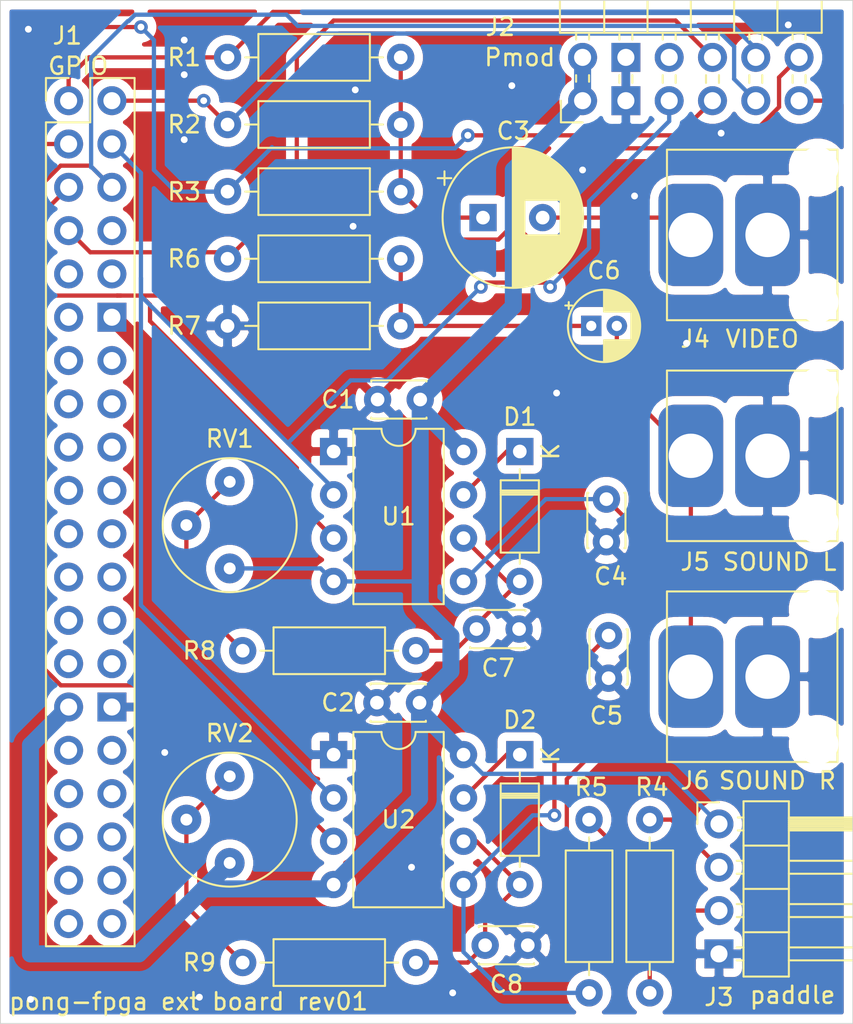
<source format=kicad_pcb>
(kicad_pcb (version 20171130) (host pcbnew "(5.1.6)-1")
  (layers (0 F.Cu signal hide) (31 B.Cu signal hide) (34 B.Paste user hide) (35 F.Paste user hide) (36 B.SilkS user hide) (37 F.SilkS user hide) (38 B.Mask user) (39 F.Mask user) (44 Edge.Cuts user))
  (net 0 "")
  (net 1 +3V3)
  (net 2 GND)
  (net 3 "Net-(C3-Pad1)")
  (net 4 "Net-(C3-Pad2)")
  (net 5 "Net-(C4-Pad1)")
  (net 6 "Net-(C5-Pad1)")
  (net 7 "Net-(C6-Pad1)")
  (net 8 "Net-(C6-Pad2)")
  (net 9 "Net-(C7-Pad1)")
  (net 10 "Net-(C8-Pad1)")
  (net 11 "Net-(D1-Pad1)")
  (net 12 "Net-(D2-Pad1)")
  (net 13 /CSYNC)
  (net 14 /VIDEO)
  (net 15 /SCORE)
  (net 16 /PAD_TRG_N)
  (net 17 /PAD1_OUT)
  (net 18 /PAD2_OUT)
  (net 19 /SOUND)
  (net 20 "Net-(J1-Pad8)")
  (net 21 "Net-(J1-Pad9)")
  (net 22 "Net-(J1-Pad10)")
  (net 23 "Net-(J1-Pad11)")
  (net 24 "Net-(J1-Pad13)")
  (net 25 "Net-(J1-Pad14)")
  (net 26 "Net-(J1-Pad15)")
  (net 27 "Net-(J1-Pad16)")
  (net 28 "Net-(J1-Pad17)")
  (net 29 "Net-(J1-Pad18)")
  (net 30 "Net-(J1-Pad19)")
  (net 31 "Net-(J1-Pad20)")
  (net 32 "Net-(J1-Pad21)")
  (net 33 "Net-(J1-Pad22)")
  (net 34 "Net-(J1-Pad23)")
  (net 35 "Net-(J1-Pad24)")
  (net 36 "Net-(J1-Pad25)")
  (net 37 "Net-(J1-Pad26)")
  (net 38 "Net-(J1-Pad27)")
  (net 39 "Net-(J1-Pad28)")
  (net 40 "Net-(J1-Pad31)")
  (net 41 "Net-(J1-Pad32)")
  (net 42 "Net-(J1-Pad33)")
  (net 43 "Net-(J1-Pad34)")
  (net 44 "Net-(J1-Pad35)")
  (net 45 "Net-(J1-Pad36)")
  (net 46 "Net-(J1-Pad37)")
  (net 47 "Net-(J1-Pad38)")
  (net 48 "Net-(J1-Pad39)")
  (net 49 "Net-(J1-Pad40)")
  (net 50 "Net-(J2-Pad10)")
  (net 51 /PAD1)
  (net 52 /PAD2)
  (net 53 "Net-(R8-Pad1)")
  (net 54 "Net-(R9-Pad1)")
  (module ext-board:PmodConnector (layer F.Cu) (at 184.15 55.88 90)
    (fp_text reference J2 (at 4.318 -4.826 180) (layer F.SilkS))
    (fp_text value "Digilent Pmod")
    (pad 6 thru_hole circle (at 0 0 90) (size 1.7 1.7) (drill 1) (layers *.Cu *.Mask) (net 1 +3V3))
    (pad 12 thru_hole oval (at 2.54 0 90) (size 1.7 1.7) (drill 1) (layers *.Cu *.Mask) (net 1 +3V3))
    (pad 5 thru_hole rect (at 0 2.54 90) (size 1.7 1.7) (drill 1) (layers *.Cu *.Mask) (net 2 GND))
    (pad 11 thru_hole rect (at 2.54 2.54 90) (size 1.7 1.7) (drill 1) (layers *.Cu *.Mask) (net 2 GND))
    (pad 4 thru_hole oval (at 0 5.08 90) (size 1.7 1.7) (drill 1) (layers *.Cu *.Mask) (net 16 /PAD_TRG_N))
    (pad 10 thru_hole oval (at 2.54 5.08 90) (size 1.7 1.7) (drill 1) (layers *.Cu *.Mask) (net 50 "Net-(J2-Pad10)"))
    (pad 3 thru_hole oval (at 0 7.62 90) (size 1.7 1.7) (drill 1) (layers *.Cu *.Mask) (net 15 /SCORE))
    (pad 9 thru_hole oval (at 2.54 7.62 90) (size 1.7 1.7) (drill 1) (layers *.Cu *.Mask) (net 19 /SOUND))
    (pad 2 thru_hole oval (at 0 10.16 90) (size 1.7 1.7) (drill 1) (layers *.Cu *.Mask) (net 14 /VIDEO))
    (pad 8 thru_hole oval (at 2.54 10.16 90) (size 1.7 1.7) (drill 1) (layers *.Cu *.Mask) (net 18 /PAD2_OUT))
    (pad 1 thru_hole oval (at 0 12.7 90) (size 1.7 1.7) (drill 1) (layers *.Cu *.Mask) (net 13 /CSYNC))
    (pad 7 thru_hole oval (at 2.54 12.7 90) (size 1.7 1.7) (drill 1) (layers *.Cu *.Mask) (net 17 /PAD1_OUT))
  )
  (module ext-board:RJ-2410N (layer F.Cu) (at 190.5 63.754 270)
    (fp_text reference J4 (at 6.096 -0.254 180) (layer F.SilkS))
    (fp_text value "VIDEO OUT")
    (pad 1 thru_hole roundrect (at 0 0 270) (size 6 3.8) (drill 2.6) (layers *.Cu B.Mask) (net 4 "Net-(C3-Pad2)"))
    (pad 2 thru_hole roundrect (at 0 -4.5 270) (size 6 3.8) (drill 2.6) (layers *.Cu B.Mask) (net 2 GND))
    (pad "" np_thru_hole circle (at 3.95 -7.45 270) (size 2.4 2.4) (drill 2.4) (layers *.Cu *.Mask))
    (pad "" np_thru_hole circle (at -3.95 -7.45 270) (size 2.4 2.4) (drill 2.4) (layers *.Cu *.Mask))
  )
  (module Connector_PinHeader_2.54mm:PinHeader_2x20_P2.54mm_Vertical (layer F.Cu) (at 154 55.88)
    (fp_text reference J1 (at -0.076 -3.81) (layer F.SilkS))
    (fp_text value "DE GPIO")
    (pad 1 thru_hole circle (at 0 0) (size 1.7 1.7) (drill 1) (layers *.Cu *.Mask) (net 13 /CSYNC))
    (pad 2 thru_hole oval (at 2.54 0) (size 1.7 1.7) (drill 1) (layers *.Cu *.Mask) (net 14 /VIDEO))
    (pad 3 thru_hole oval (at 0 2.54) (size 1.7 1.7) (drill 1) (layers *.Cu *.Mask) (net 15 /SCORE))
    (pad 4 thru_hole oval (at 2.54 2.54) (size 1.7 1.7) (drill 1) (layers *.Cu *.Mask) (net 16 /PAD_TRG_N))
    (pad 5 thru_hole oval (at 0 5.08) (size 1.7 1.7) (drill 1) (layers *.Cu *.Mask) (net 17 /PAD1_OUT))
    (pad 6 thru_hole oval (at 2.54 5.08) (size 1.7 1.7) (drill 1) (layers *.Cu *.Mask) (net 18 /PAD2_OUT))
    (pad 7 thru_hole oval (at 0 7.62) (size 1.7 1.7) (drill 1) (layers *.Cu *.Mask) (net 19 /SOUND))
    (pad 8 thru_hole oval (at 2.54 7.62) (size 1.7 1.7) (drill 1) (layers *.Cu *.Mask) (net 20 "Net-(J1-Pad8)"))
    (pad 9 thru_hole oval (at 0 10.16) (size 1.7 1.7) (drill 1) (layers *.Cu *.Mask) (net 21 "Net-(J1-Pad9)"))
    (pad 10 thru_hole oval (at 2.54 10.16) (size 1.7 1.7) (drill 1) (layers *.Cu *.Mask) (net 22 "Net-(J1-Pad10)"))
    (pad 11 thru_hole oval (at 0 12.7) (size 1.7 1.7) (drill 1) (layers *.Cu *.Mask) (net 23 "Net-(J1-Pad11)"))
    (pad 12 thru_hole rect (at 2.54 12.7) (size 1.7 1.7) (drill 1) (layers *.Cu *.Mask) (net 2 GND))
    (pad 13 thru_hole oval (at 0 15.24) (size 1.7 1.7) (drill 1) (layers *.Cu *.Mask) (net 24 "Net-(J1-Pad13)"))
    (pad 14 thru_hole oval (at 2.54 15.24) (size 1.7 1.7) (drill 1) (layers *.Cu *.Mask) (net 25 "Net-(J1-Pad14)"))
    (pad 15 thru_hole oval (at 0 17.78) (size 1.7 1.7) (drill 1) (layers *.Cu *.Mask) (net 26 "Net-(J1-Pad15)"))
    (pad 16 thru_hole oval (at 2.54 17.78) (size 1.7 1.7) (drill 1) (layers *.Cu *.Mask) (net 27 "Net-(J1-Pad16)"))
    (pad 17 thru_hole oval (at 0 20.32) (size 1.7 1.7) (drill 1) (layers *.Cu *.Mask) (net 28 "Net-(J1-Pad17)"))
    (pad 18 thru_hole oval (at 2.54 20.32) (size 1.7 1.7) (drill 1) (layers *.Cu *.Mask) (net 29 "Net-(J1-Pad18)"))
    (pad 19 thru_hole oval (at 0 22.86) (size 1.7 1.7) (drill 1) (layers *.Cu *.Mask) (net 30 "Net-(J1-Pad19)"))
    (pad 20 thru_hole oval (at 2.54 22.86) (size 1.7 1.7) (drill 1) (layers *.Cu *.Mask) (net 31 "Net-(J1-Pad20)"))
    (pad 21 thru_hole oval (at 0 25.4) (size 1.7 1.7) (drill 1) (layers *.Cu *.Mask) (net 32 "Net-(J1-Pad21)"))
    (pad 22 thru_hole oval (at 2.54 25.4) (size 1.7 1.7) (drill 1) (layers *.Cu *.Mask) (net 33 "Net-(J1-Pad22)"))
    (pad 23 thru_hole oval (at 0 27.94) (size 1.7 1.7) (drill 1) (layers *.Cu *.Mask) (net 34 "Net-(J1-Pad23)"))
    (pad 24 thru_hole oval (at 2.54 27.94) (size 1.7 1.7) (drill 1) (layers *.Cu *.Mask) (net 35 "Net-(J1-Pad24)"))
    (pad 25 thru_hole oval (at 0 30.48) (size 1.7 1.7) (drill 1) (layers *.Cu *.Mask) (net 36 "Net-(J1-Pad25)"))
    (pad 26 thru_hole oval (at 2.54 30.48) (size 1.7 1.7) (drill 1) (layers *.Cu *.Mask) (net 37 "Net-(J1-Pad26)"))
    (pad 27 thru_hole oval (at 0 33.02) (size 1.7 1.7) (drill 1) (layers *.Cu *.Mask) (net 38 "Net-(J1-Pad27)"))
    (pad 28 thru_hole oval (at 2.54 33.02) (size 1.7 1.7) (drill 1) (layers *.Cu *.Mask) (net 39 "Net-(J1-Pad28)"))
    (pad 29 thru_hole oval (at 0 35.56) (size 1.7 1.7) (drill 1) (layers *.Cu *.Mask) (net 1 +3V3))
    (pad 30 thru_hole rect (at 2.54 35.56) (size 1.7 1.7) (drill 1) (layers *.Cu *.Mask) (net 2 GND))
    (pad 31 thru_hole oval (at 0 38.1) (size 1.7 1.7) (drill 1) (layers *.Cu *.Mask) (net 40 "Net-(J1-Pad31)"))
    (pad 32 thru_hole oval (at 2.54 38.1) (size 1.7 1.7) (drill 1) (layers *.Cu *.Mask) (net 41 "Net-(J1-Pad32)"))
    (pad 33 thru_hole oval (at 0 40.64) (size 1.7 1.7) (drill 1) (layers *.Cu *.Mask) (net 42 "Net-(J1-Pad33)"))
    (pad 34 thru_hole oval (at 2.54 40.64) (size 1.7 1.7) (drill 1) (layers *.Cu *.Mask) (net 43 "Net-(J1-Pad34)"))
    (pad 35 thru_hole oval (at 0 43.18) (size 1.7 1.7) (drill 1) (layers *.Cu *.Mask) (net 44 "Net-(J1-Pad35)"))
    (pad 36 thru_hole oval (at 2.54 43.18) (size 1.7 1.7) (drill 1) (layers *.Cu *.Mask) (net 45 "Net-(J1-Pad36)"))
    (pad 37 thru_hole oval (at 0 45.72) (size 1.7 1.7) (drill 1) (layers *.Cu *.Mask) (net 46 "Net-(J1-Pad37)"))
    (pad 38 thru_hole oval (at 2.54 45.72) (size 1.7 1.7) (drill 1) (layers *.Cu *.Mask) (net 47 "Net-(J1-Pad38)"))
    (pad 39 thru_hole oval (at 0 48.26) (size 1.7 1.7) (drill 1) (layers *.Cu *.Mask) (net 48 "Net-(J1-Pad39)"))
    (pad 40 thru_hole oval (at 2.54 48.26) (size 1.7 1.7) (drill 1) (layers *.Cu *.Mask) (net 49 "Net-(J1-Pad40)"))
  )
  (module Capacitor_THT:C_Disc_D3.0mm_W2.0mm_P2.50mm (layer F.Cu) (at 172.125 73.406)
    (fp_text reference C1 (at -2.326 0) (layer F.SilkS))
    (fp_text value 0.1u)
    (pad 1 thru_hole circle (at 0 0) (size 1.6 1.6) (drill 0.8) (layers *.Cu *.Mask) (net 2 GND))
    (pad 2 thru_hole circle (at 2.5 0) (size 1.6 1.6) (drill 0.8) (layers *.Cu *.Mask) (net 1 +3V3))
  )
  (module Capacitor_THT:C_Disc_D3.0mm_W2.0mm_P2.50mm (layer F.Cu) (at 172.085 91.186)
    (fp_text reference C2 (at -2.286 0) (layer F.SilkS))
    (fp_text value 0.1u)
    (pad 1 thru_hole circle (at 0 0) (size 1.6 1.6) (drill 0.8) (layers *.Cu *.Mask) (net 2 GND))
    (pad 2 thru_hole circle (at 2.5 0) (size 1.6 1.6) (drill 0.8) (layers *.Cu *.Mask) (net 1 +3V3))
  )
  (module Capacitor_THT:CP_Radial_D8.0mm_P3.50mm (layer F.Cu) (at 178.308 62.738)
    (fp_text reference C3 (at 1.778 -5.08) (layer F.SilkS))
    (fp_text value 470u)
    (pad 1 thru_hole rect (at 0 0) (size 1.6 1.6) (drill 0.8) (layers *.Cu *.Mask) (net 3 "Net-(C3-Pad1)"))
    (pad 2 thru_hole circle (at 3.5 0) (size 1.6 1.6) (drill 0.8) (layers *.Cu *.Mask) (net 4 "Net-(C3-Pad2)"))
  )
  (module Capacitor_THT:C_Disc_D3.0mm_W2.0mm_P2.50mm (layer F.Cu) (at 185.547 79.248 270)
    (fp_text reference C4 (at 4.532 -0.254 180) (layer F.SilkS))
    (fp_text value 0.1u)
    (pad 1 thru_hole circle (at 0 0 270) (size 1.6 1.6) (drill 0.8) (layers *.Cu *.Mask) (net 5 "Net-(C4-Pad1)"))
    (pad 2 thru_hole circle (at 2.5 0 270) (size 1.6 1.6) (drill 0.8) (layers *.Cu *.Mask) (net 2 GND))
  )
  (module Capacitor_THT:C_Disc_D3.0mm_W2.0mm_P2.50mm (layer F.Cu) (at 185.674 87.249 270)
    (fp_text reference C5 (at 4.699 0.127 180) (layer F.SilkS))
    (fp_text value 0.1u)
    (pad 2 thru_hole circle (at 2.5 0 270) (size 1.6 1.6) (drill 0.8) (layers *.Cu *.Mask) (net 2 GND))
    (pad 1 thru_hole circle (at 0 0 270) (size 1.6 1.6) (drill 0.8) (layers *.Cu *.Mask) (net 6 "Net-(C5-Pad1)"))
  )
  (module Capacitor_THT:CP_Radial_D4.0mm_P1.50mm (layer F.Cu) (at 184.658 69.088)
    (fp_text reference C6 (at 0.75 -3.25) (layer F.SilkS))
    (fp_text value 10u)
    (pad 1 thru_hole rect (at 0 0) (size 1.2 1.2) (drill 0.6) (layers *.Cu *.Mask) (net 7 "Net-(C6-Pad1)"))
    (pad 2 thru_hole circle (at 1.5 0) (size 1.2 1.2) (drill 0.6) (layers *.Cu *.Mask) (net 8 "Net-(C6-Pad2)"))
  )
  (module Capacitor_THT:C_Disc_D3.0mm_W2.0mm_P2.50mm (layer F.Cu) (at 177.927 86.868)
    (fp_text reference C7 (at 1.27 2.286) (layer F.SilkS))
    (fp_text value 0.1u)
    (pad 2 thru_hole circle (at 2.5 0) (size 1.6 1.6) (drill 0.8) (layers *.Cu *.Mask) (net 2 GND))
    (pad 1 thru_hole circle (at 0 0) (size 1.6 1.6) (drill 0.8) (layers *.Cu *.Mask) (net 9 "Net-(C7-Pad1)"))
  )
  (module Capacitor_THT:C_Disc_D3.0mm_W2.0mm_P2.50mm (layer F.Cu) (at 178.435 105.41)
    (fp_text reference C8 (at 1.25 2.286) (layer F.SilkS))
    (fp_text value 0.1u)
    (pad 2 thru_hole circle (at 2.5 0) (size 1.6 1.6) (drill 0.8) (layers *.Cu *.Mask) (net 2 GND))
    (pad 1 thru_hole circle (at 0 0) (size 1.6 1.6) (drill 0.8) (layers *.Cu *.Mask) (net 10 "Net-(C8-Pad1)"))
  )
  (module Diode_THT:D_DO-35_SOD27_P7.62mm_Horizontal (layer F.Cu) (at 180.467 76.454 270)
    (fp_text reference D1 (at -2.032 0 180) (layer F.SilkS))
    (fp_text value 1N4148)
    (fp_text user K (at 0 -1.8 90) (layer F.SilkS))
    (pad 1 thru_hole rect (at 0 0 270) (size 1.6 1.6) (drill 0.8) (layers *.Cu *.Mask) (net 11 "Net-(D1-Pad1)"))
    (pad 2 thru_hole oval (at 7.62 0 270) (size 1.6 1.6) (drill 0.8) (layers *.Cu *.Mask) (net 9 "Net-(C7-Pad1)"))
  )
  (module Diode_THT:D_DO-35_SOD27_P7.62mm_Horizontal (layer F.Cu) (at 180.467 94.234 270)
    (fp_text reference D2 (at -2.032 0 180) (layer F.SilkS))
    (fp_text value 1N4148)
    (fp_text user K (at 0 -1.8 90) (layer F.SilkS))
    (pad 2 thru_hole oval (at 7.62 0 270) (size 1.6 1.6) (drill 0.8) (layers *.Cu *.Mask) (net 10 "Net-(C8-Pad1)"))
    (pad 1 thru_hole rect (at 0 0 270) (size 1.6 1.6) (drill 0.8) (layers *.Cu *.Mask) (net 12 "Net-(D2-Pad1)"))
  )
  (module Connector_PinHeader_2.54mm:PinHeader_1x04_P2.54mm_Horizontal (layer F.Cu) (at 192.151 98.298)
    (fp_text reference J3 (at 0 10.16 180) (layer F.SilkS))
    (fp_text value "PADDLE CONNECTOR")
    (pad 1 thru_hole circle (at 0 0) (size 1.7 1.7) (drill 1) (layers *.Cu *.Mask) (net 1 +3V3))
    (pad 2 thru_hole oval (at 0 2.54) (size 1.7 1.7) (drill 1) (layers *.Cu *.Mask) (net 51 /PAD1))
    (pad 3 thru_hole oval (at 0 5.08) (size 1.7 1.7) (drill 1) (layers *.Cu *.Mask) (net 52 /PAD2))
    (pad 4 thru_hole rect (at 0 7.62) (size 1.7 1.7) (drill 1) (layers *.Cu *.Mask) (net 2 GND))
  )
  (module ext-board:RJ-2410N (layer F.Cu) (at 190.5 76.708 270)
    (fp_text reference J5 (at 6.223 -0.254 180) (layer F.SilkS))
    (fp_text value "SOUND L OUT")
    (pad 1 thru_hole roundrect (at 0 0 270) (size 6 3.8) (drill 2.6) (layers *.Cu B.Mask) (net 8 "Net-(C6-Pad2)"))
    (pad 2 thru_hole roundrect (at 0 -4.5 270) (size 6 3.8) (drill 2.6) (layers *.Cu B.Mask) (net 2 GND))
    (pad "" np_thru_hole circle (at 3.95 -7.45 270) (size 2.4 2.4) (drill 2.4) (layers *.Cu *.Mask))
    (pad "" np_thru_hole circle (at -3.95 -7.45 270) (size 2.4 2.4) (drill 2.4) (layers *.Cu *.Mask))
  )
  (module ext-board:RJ-2410N (layer F.Cu) (at 190.5 89.662 270)
    (fp_text reference J6 (at 6.096 -0.254 180) (layer F.SilkS))
    (fp_text value "SOUND R OUT")
    (pad "" np_thru_hole circle (at -3.95 -7.45 270) (size 2.4 2.4) (drill 2.4) (layers *.Cu *.Mask))
    (pad "" np_thru_hole circle (at 3.95 -7.45 270) (size 2.4 2.4) (drill 2.4) (layers *.Cu *.Mask))
    (pad 2 thru_hole roundrect (at 0 -4.5 270) (size 6 3.8) (drill 2.6) (layers *.Cu B.Mask) (net 2 GND))
    (pad 1 thru_hole roundrect (at 0 0 270) (size 6 3.8) (drill 2.6) (layers *.Cu B.Mask) (net 8 "Net-(C6-Pad2)"))
  )
  (module Resistor_THT:R_Axial_DIN0207_L6.3mm_D2.5mm_P10.16mm_Horizontal (layer F.Cu) (at 173.482 53.34 180)
    (fp_text reference R1 (at 12.7 0) (layer F.SilkS))
    (fp_text value 470)
    (pad 1 thru_hole circle (at 0 0 180) (size 1.6 1.6) (drill 0.8) (layers *.Cu *.Mask) (net 3 "Net-(C3-Pad1)"))
    (pad 2 thru_hole oval (at 10.16 0 180) (size 1.6 1.6) (drill 0.8) (layers *.Cu *.Mask) (net 13 /CSYNC))
  )
  (module Resistor_THT:R_Axial_DIN0207_L6.3mm_D2.5mm_P10.16mm_Horizontal (layer F.Cu) (at 173.482 57.277 180)
    (fp_text reference R2 (at 12.7 0) (layer F.SilkS))
    (fp_text value 180)
    (pad 2 thru_hole oval (at 10.16 0 180) (size 1.6 1.6) (drill 0.8) (layers *.Cu *.Mask) (net 14 /VIDEO))
    (pad 1 thru_hole circle (at 0 0 180) (size 1.6 1.6) (drill 0.8) (layers *.Cu *.Mask) (net 3 "Net-(C3-Pad1)"))
  )
  (module Resistor_THT:R_Axial_DIN0207_L6.3mm_D2.5mm_P10.16mm_Horizontal (layer F.Cu) (at 173.482 61.214 180)
    (fp_text reference R3 (at 12.7 0) (layer F.SilkS))
    (fp_text value 220)
    (pad 1 thru_hole circle (at 0 0 180) (size 1.6 1.6) (drill 0.8) (layers *.Cu *.Mask) (net 3 "Net-(C3-Pad1)"))
    (pad 2 thru_hole oval (at 10.16 0 180) (size 1.6 1.6) (drill 0.8) (layers *.Cu *.Mask) (net 15 /SCORE))
  )
  (module Resistor_THT:R_Axial_DIN0207_L6.3mm_D2.5mm_P10.16mm_Horizontal (layer F.Cu) (at 188.087 108.204 90)
    (fp_text reference R4 (at 12.065 0.127 180) (layer F.SilkS))
    (fp_text value 470)
    (pad 2 thru_hole oval (at 10.16 0 90) (size 1.6 1.6) (drill 0.8) (layers *.Cu *.Mask) (net 51 /PAD1))
    (pad 1 thru_hole circle (at 0 0 90) (size 1.6 1.6) (drill 0.8) (layers *.Cu *.Mask) (net 5 "Net-(C4-Pad1)"))
  )
  (module Resistor_THT:R_Axial_DIN0207_L6.3mm_D2.5mm_P10.16mm_Horizontal (layer F.Cu) (at 184.531 108.204 90)
    (fp_text reference R5 (at 12.065 0.127 180) (layer F.SilkS))
    (fp_text value 470)
    (pad 2 thru_hole oval (at 10.16 0 90) (size 1.6 1.6) (drill 0.8) (layers *.Cu *.Mask) (net 52 /PAD2))
    (pad 1 thru_hole circle (at 0 0 90) (size 1.6 1.6) (drill 0.8) (layers *.Cu *.Mask) (net 6 "Net-(C5-Pad1)"))
  )
  (module Resistor_THT:R_Axial_DIN0207_L6.3mm_D2.5mm_P10.16mm_Horizontal (layer F.Cu) (at 173.482 65.151 180)
    (fp_text reference R6 (at 12.7 0) (layer F.SilkS))
    (fp_text value 47k)
    (pad 2 thru_hole oval (at 10.16 0 180) (size 1.6 1.6) (drill 0.8) (layers *.Cu *.Mask) (net 19 /SOUND))
    (pad 1 thru_hole circle (at 0 0 180) (size 1.6 1.6) (drill 0.8) (layers *.Cu *.Mask) (net 7 "Net-(C6-Pad1)"))
  )
  (module Resistor_THT:R_Axial_DIN0207_L6.3mm_D2.5mm_P10.16mm_Horizontal (layer F.Cu) (at 173.482 69.088 180)
    (fp_text reference R7 (at 12.7 0) (layer F.SilkS))
    (fp_text value 4.7k)
    (pad 1 thru_hole circle (at 0 0 180) (size 1.6 1.6) (drill 0.8) (layers *.Cu *.Mask) (net 7 "Net-(C6-Pad1)"))
    (pad 2 thru_hole oval (at 10.16 0 180) (size 1.6 1.6) (drill 0.8) (layers *.Cu *.Mask) (net 2 GND))
  )
  (module Resistor_THT:R_Axial_DIN0207_L6.3mm_D2.5mm_P10.16mm_Horizontal (layer F.Cu) (at 164.211 88.138)
    (fp_text reference R8 (at -2.54 0) (layer F.SilkS))
    (fp_text value 56k)
    (pad 1 thru_hole circle (at 0 0) (size 1.6 1.6) (drill 0.8) (layers *.Cu *.Mask) (net 53 "Net-(R8-Pad1)"))
    (pad 2 thru_hole oval (at 10.16 0) (size 1.6 1.6) (drill 0.8) (layers *.Cu *.Mask) (net 9 "Net-(C7-Pad1)"))
  )
  (module Resistor_THT:R_Axial_DIN0207_L6.3mm_D2.5mm_P10.16mm_Horizontal (layer F.Cu) (at 164.211 106.426)
    (fp_text reference R9 (at -2.54 0) (layer F.SilkS))
    (fp_text value 56k)
    (pad 1 thru_hole circle (at 0 0) (size 1.6 1.6) (drill 0.8) (layers *.Cu *.Mask) (net 54 "Net-(R9-Pad1)"))
    (pad 2 thru_hole oval (at 10.16 0) (size 1.6 1.6) (drill 0.8) (layers *.Cu *.Mask) (net 10 "Net-(C8-Pad1)"))
  )
  (module Potentiometer_THT:Potentiometer_Bourns_3339P_Vertical_HandSoldering (layer F.Cu) (at 163.449 83.312)
    (fp_text reference RV1 (at 0 -7.6) (layer F.SilkS))
    (fp_text value 50k)
    (pad 3 thru_hole circle (at 0 -5.08) (size 1.75 1.75) (drill 0.7) (layers *.Cu *.Mask) (net 53 "Net-(R8-Pad1)"))
    (pad 2 thru_hole circle (at -2.54 -2.54) (size 1.75 1.75) (drill 0.7) (layers *.Cu *.Mask) (net 53 "Net-(R8-Pad1)"))
    (pad 1 thru_hole circle (at 0 0) (size 1.75 1.75) (drill 0.7) (layers *.Cu *.Mask) (net 1 +3V3))
  )
  (module Potentiometer_THT:Potentiometer_Bourns_3339P_Vertical_HandSoldering (layer F.Cu) (at 163.449 100.584)
    (fp_text reference RV2 (at 0 -7.6) (layer F.SilkS))
    (fp_text value 50k)
    (pad 1 thru_hole circle (at 0 0) (size 1.75 1.75) (drill 0.7) (layers *.Cu *.Mask) (net 1 +3V3))
    (pad 2 thru_hole circle (at -2.54 -2.54) (size 1.75 1.75) (drill 0.7) (layers *.Cu *.Mask) (net 54 "Net-(R9-Pad1)"))
    (pad 3 thru_hole circle (at 0 -5.08) (size 1.75 1.75) (drill 0.7) (layers *.Cu *.Mask) (net 54 "Net-(R9-Pad1)"))
  )
  (module Package_DIP:DIP-8_W7.62mm (layer F.Cu) (at 169.545 76.454)
    (fp_text reference U1 (at 3.81 3.81) (layer F.SilkS))
    (fp_text value LMC555xN)
    (pad 1 thru_hole rect (at 0 0) (size 1.6 1.6) (drill 0.8) (layers *.Cu *.Mask) (net 2 GND))
    (pad 5 thru_hole oval (at 7.62 7.62) (size 1.6 1.6) (drill 0.8) (layers *.Cu *.Mask) (net 5 "Net-(C4-Pad1)"))
    (pad 2 thru_hole oval (at 0 2.54) (size 1.6 1.6) (drill 0.8) (layers *.Cu *.Mask) (net 16 /PAD_TRG_N))
    (pad 6 thru_hole oval (at 7.62 5.08) (size 1.6 1.6) (drill 0.8) (layers *.Cu *.Mask) (net 9 "Net-(C7-Pad1)"))
    (pad 3 thru_hole oval (at 0 5.08) (size 1.6 1.6) (drill 0.8) (layers *.Cu *.Mask) (net 17 /PAD1_OUT))
    (pad 7 thru_hole oval (at 7.62 2.54) (size 1.6 1.6) (drill 0.8) (layers *.Cu *.Mask) (net 11 "Net-(D1-Pad1)"))
    (pad 4 thru_hole oval (at 0 7.62) (size 1.6 1.6) (drill 0.8) (layers *.Cu *.Mask) (net 1 +3V3))
    (pad 8 thru_hole oval (at 7.62 0) (size 1.6 1.6) (drill 0.8) (layers *.Cu *.Mask) (net 1 +3V3))
  )
  (module Package_DIP:DIP-8_W7.62mm (layer F.Cu) (at 169.545 94.234)
    (fp_text reference U2 (at 3.81 3.81) (layer F.SilkS))
    (fp_text value LMC555xN)
    (pad 8 thru_hole oval (at 7.62 0) (size 1.6 1.6) (drill 0.8) (layers *.Cu *.Mask) (net 1 +3V3))
    (pad 4 thru_hole oval (at 0 7.62) (size 1.6 1.6) (drill 0.8) (layers *.Cu *.Mask) (net 1 +3V3))
    (pad 7 thru_hole oval (at 7.62 2.54) (size 1.6 1.6) (drill 0.8) (layers *.Cu *.Mask) (net 12 "Net-(D2-Pad1)"))
    (pad 3 thru_hole oval (at 0 5.08) (size 1.6 1.6) (drill 0.8) (layers *.Cu *.Mask) (net 18 /PAD2_OUT))
    (pad 6 thru_hole oval (at 7.62 5.08) (size 1.6 1.6) (drill 0.8) (layers *.Cu *.Mask) (net 10 "Net-(C8-Pad1)"))
    (pad 2 thru_hole oval (at 0 2.54) (size 1.6 1.6) (drill 0.8) (layers *.Cu *.Mask) (net 16 /PAD_TRG_N))
    (pad 5 thru_hole oval (at 7.62 7.62) (size 1.6 1.6) (drill 0.8) (layers *.Cu *.Mask) (net 6 "Net-(C5-Pad1)"))
    (pad 1 thru_hole rect (at 0 0) (size 1.6 1.6) (drill 0.8) (layers *.Cu *.Mask) (net 2 GND))
  )
  (gr_text "SOUND R" (at 195.58 95.758) (layer F.SilkS) (effects (font (size 1 1))))
  (gr_text "SOUND L" (at 195.707 82.931) (layer F.SilkS) (effects (font (size 1 1))))
  (gr_text VIDEO (at 194.691 69.85) (layer F.SilkS) (effects (font (size 1 1))))
  (gr_text GPIO (at 154.559 53.848) (layer F.SilkS) (effects (font (size 1 1))))
  (gr_text Pmod (at 180.467 53.34) (layer F.SilkS) (effects (font (size 1 1))))
  (gr_text paddle (at 196.469 108.331) (layer F.SilkS) (effects (font (size 1 1))))
  (gr_text "pong-fpga ext board rev01" (at 161.036 108.712) (layer F.SilkS) (effects (font (size 1 1))))
  (gr_line (start 200 50) (end 150 50) (layer Edge.Cuts) (width 0.05))
  (gr_line (start 200 110) (end 200 50) (layer Edge.Cuts) (width 0.05))
  (gr_line (start 150 110) (end 200 110) (layer Edge.Cuts) (width 0.05))
  (gr_line (start 150 50) (end 150 110) (layer Edge.Cuts) (width 0.05))
  (segment (start 184.15 55.88) (end 184.15 53.34) (width 1) (layer B.Cu) (net 1))
  (segment (start 176.426999 89.344001) (end 176.426999 87.272999) (width 1) (layer B.Cu) (net 1))
  (segment (start 174.585 91.186) (end 176.426999 89.344001) (width 1) (layer B.Cu) (net 1))
  (segment (start 176.426999 87.272999) (end 174.625 85.471) (width 1) (layer B.Cu) (net 1))
  (segment (start 174.585 91.654) (end 177.165 94.234) (width 1) (layer B.Cu) (net 1))
  (segment (start 174.585 91.186) (end 174.585 91.654) (width 1) (layer B.Cu) (net 1))
  (segment (start 174.498 84.074) (end 174.625 84.201) (width 0.25) (layer B.Cu) (net 1))
  (segment (start 169.545 84.074) (end 174.498 84.074) (width 0.25) (layer B.Cu) (net 1))
  (segment (start 174.625 85.471) (end 174.625 84.201) (width 1) (layer B.Cu) (net 1))
  (segment (start 174.625 84.201) (end 174.625 73.406) (width 1) (layer B.Cu) (net 1))
  (segment (start 168.783 83.312) (end 169.545 84.074) (width 0.25) (layer B.Cu) (net 1))
  (segment (start 163.449 83.312) (end 168.783 83.312) (width 0.25) (layer B.Cu) (net 1))
  (segment (start 189.212001 95.359001) (end 192.151 98.298) (width 0.25) (layer B.Cu) (net 1))
  (segment (start 178.290001 95.359001) (end 189.212001 95.359001) (width 0.25) (layer B.Cu) (net 1))
  (segment (start 177.165 94.234) (end 178.290001 95.359001) (width 0.25) (layer B.Cu) (net 1))
  (segment (start 151.765 105.918) (end 158.115 105.918) (width 1) (layer B.Cu) (net 1))
  (segment (start 154 91.44) (end 151.765 93.675) (width 1) (layer B.Cu) (net 1))
  (segment (start 151.765 93.675) (end 151.765 105.918) (width 1) (layer B.Cu) (net 1))
  (segment (start 174.585 96.814) (end 169.545 101.854) (width 1) (layer B.Cu) (net 1))
  (segment (start 174.585 91.186) (end 174.585 96.814) (width 1) (layer B.Cu) (net 1))
  (segment (start 169.291 102.108) (end 169.545 101.854) (width 1) (layer B.Cu) (net 1))
  (segment (start 161.925 102.108) (end 163.449 100.584) (width 1) (layer B.Cu) (net 1))
  (segment (start 161.925 102.108) (end 169.291 102.108) (width 1) (layer B.Cu) (net 1))
  (segment (start 158.115 105.918) (end 161.925 102.108) (width 1) (layer B.Cu) (net 1))
  (segment (start 184.15 55.88) (end 180.086 59.944) (width 1) (layer B.Cu) (net 1))
  (segment (start 180.086 67.945) (end 174.625 73.406) (width 1) (layer B.Cu) (net 1))
  (segment (start 180.086 59.944) (end 180.086 67.945) (width 1) (layer B.Cu) (net 1))
  (segment (start 174.625 73.914) (end 174.625 73.406) (width 0.25) (layer B.Cu) (net 1))
  (segment (start 177.165 76.454) (end 174.625 73.914) (width 1) (layer B.Cu) (net 1))
  (via (at 151.638 51.689) (size 0.8) (drill 0.4) (layers F.Cu B.Cu) (net 2))
  (via (at 180 55) (size 0.8) (drill 0.4) (layers F.Cu B.Cu) (net 2))
  (via (at 170.688 63.246) (size 0.8) (drill 0.4) (layers F.Cu B.Cu) (net 2))
  (via (at 170.815 55.245) (size 0.8) (drill 0.4) (layers F.Cu B.Cu) (net 2))
  (via (at 160.782 58.166) (size 0.8) (drill 0.4) (layers F.Cu B.Cu) (net 2))
  (via (at 160.782 54.356) (size 0.8) (drill 0.4) (layers F.Cu B.Cu) (net 2))
  (via (at 160.782 52.324) (size 0.8) (drill 0.4) (layers F.Cu B.Cu) (net 2))
  (via (at 196.215 51.435) (size 0.8) (drill 0.4) (layers F.Cu B.Cu) (net 2))
  (via (at 192.278 57.785) (size 0.8) (drill 0.4) (layers F.Cu B.Cu) (net 2))
  (via (at 151.765 108.585) (size 0.8) (drill 0.4) (layers F.Cu B.Cu) (net 2))
  (via (at 174.117 100.838) (size 0.8) (drill 0.4) (layers F.Cu B.Cu) (net 2))
  (via (at 161.671 108.458) (size 0.8) (drill 0.4) (layers F.Cu B.Cu) (net 2))
  (via (at 176.53 108.204) (size 0.8) (drill 0.4) (layers F.Cu B.Cu) (net 2))
  (via (at 184.15 59.944) (size 0.8) (drill 0.4) (layers F.Cu B.Cu) (net 2))
  (via (at 187.198 61.468) (size 0.8) (drill 0.4) (layers F.Cu B.Cu) (net 2))
  (via (at 190.246 70.104) (size 0.8) (drill 0.4) (layers F.Cu B.Cu) (net 2))
  (via (at 182.626 73.025) (size 0.8) (drill 0.4) (layers F.Cu B.Cu) (net 2))
  (via (at 159.639 94.107) (size 0.8) (drill 0.4) (layers F.Cu B.Cu) (net 2))
  (segment (start 156.54 68.58) (end 156.591 68.58) (width 0.25) (layer F.Cu) (net 2))
  (segment (start 156.591 68.58) (end 158.496 70.485) (width 1) (layer F.Cu) (net 2))
  (segment (start 173.482 53.34) (end 173.482 61.214) (width 0.25) (layer F.Cu) (net 3))
  (segment (start 173.482 61.214) (end 175.006 62.738) (width 0.25) (layer F.Cu) (net 3))
  (segment (start 175.006 62.738) (end 178.308 62.738) (width 0.25) (layer F.Cu) (net 3))
  (segment (start 189.484 62.738) (end 190.5 63.754) (width 0.25) (layer F.Cu) (net 4))
  (segment (start 181.808 62.738) (end 189.484 62.738) (width 0.25) (layer F.Cu) (net 4))
  (segment (start 181.991 79.248) (end 185.547 79.248) (width 0.25) (layer B.Cu) (net 5))
  (segment (start 177.165 84.074) (end 181.991 79.248) (width 0.25) (layer B.Cu) (net 5))
  (segment (start 185.547 79.248) (end 187.706 81.407) (width 0.25) (layer F.Cu) (net 5))
  (segment (start 183.224001 95.667999) (end 183.224001 99.858999) (width 0.25) (layer F.Cu) (net 5))
  (segment (start 187.706 81.407) (end 187.706 91.186) (width 0.25) (layer F.Cu) (net 5))
  (segment (start 187.706 91.186) (end 183.224001 95.667999) (width 0.25) (layer F.Cu) (net 5))
  (segment (start 188.087 104.721998) (end 188.087 108.204) (width 0.25) (layer F.Cu) (net 5))
  (segment (start 183.224001 99.858999) (end 188.087 104.721998) (width 0.25) (layer F.Cu) (net 5))
  (segment (start 185.674 87.249) (end 182.499 90.424) (width 0.25) (layer F.Cu) (net 6))
  (via (at 182.499 97.79) (size 0.8) (drill 0.4) (layers F.Cu B.Cu) (net 6))
  (segment (start 182.499 90.424) (end 182.499 97.79) (width 0.25) (layer F.Cu) (net 6))
  (segment (start 181.229 97.79) (end 177.165 101.854) (width 0.25) (layer B.Cu) (net 6))
  (segment (start 182.499 97.79) (end 181.229 97.79) (width 0.25) (layer B.Cu) (net 6))
  (segment (start 177.165 105.805002) (end 177.165 101.854) (width 0.25) (layer B.Cu) (net 6))
  (segment (start 179.563998 108.204) (end 177.165 105.805002) (width 0.25) (layer B.Cu) (net 6))
  (segment (start 184.531 108.204) (end 179.563998 108.204) (width 0.25) (layer B.Cu) (net 6))
  (segment (start 173.482 65.151) (end 173.482 69.088) (width 0.25) (layer F.Cu) (net 7))
  (segment (start 173.482 69.088) (end 184.658 69.088) (width 0.25) (layer F.Cu) (net 7))
  (segment (start 186.158 72.366) (end 190.5 76.708) (width 0.25) (layer F.Cu) (net 8))
  (segment (start 186.158 69.088) (end 186.158 72.366) (width 0.25) (layer F.Cu) (net 8))
  (segment (start 190.5 76.708) (end 190.5 89.662) (width 0.25) (layer F.Cu) (net 8))
  (segment (start 176.657 88.138) (end 177.927 86.868) (width 0.25) (layer F.Cu) (net 9))
  (segment (start 174.371 88.138) (end 176.657 88.138) (width 0.25) (layer F.Cu) (net 9))
  (segment (start 177.927 86.614) (end 177.927 86.868) (width 0.25) (layer F.Cu) (net 9))
  (segment (start 180.467 84.074) (end 177.927 86.614) (width 0.25) (layer F.Cu) (net 9))
  (segment (start 179.705 84.074) (end 180.467 84.074) (width 0.25) (layer F.Cu) (net 9))
  (segment (start 177.165 81.534) (end 179.705 84.074) (width 0.25) (layer F.Cu) (net 9))
  (segment (start 177.419 106.426) (end 178.435 105.41) (width 0.25) (layer F.Cu) (net 10))
  (segment (start 174.371 106.426) (end 177.419 106.426) (width 0.25) (layer F.Cu) (net 10))
  (segment (start 178.435 103.886) (end 180.467 101.854) (width 0.25) (layer F.Cu) (net 10))
  (segment (start 178.435 105.41) (end 178.435 103.886) (width 0.25) (layer F.Cu) (net 10))
  (segment (start 177.927 99.314) (end 177.165 99.314) (width 0.25) (layer F.Cu) (net 10))
  (segment (start 180.467 101.854) (end 177.927 99.314) (width 0.25) (layer F.Cu) (net 10))
  (segment (start 179.705 76.454) (end 180.467 76.454) (width 0.25) (layer F.Cu) (net 11))
  (segment (start 177.165 78.994) (end 179.705 76.454) (width 0.25) (layer F.Cu) (net 11))
  (segment (start 179.705 94.234) (end 180.467 94.234) (width 0.25) (layer F.Cu) (net 12))
  (segment (start 177.165 96.774) (end 179.705 94.234) (width 0.25) (layer F.Cu) (net 12))
  (segment (start 154 55.88) (end 154 54.534) (width 0.25) (layer F.Cu) (net 13))
  (segment (start 155.194 53.34) (end 163.322 53.34) (width 0.25) (layer F.Cu) (net 13))
  (segment (start 154 54.534) (end 155.194 53.34) (width 0.25) (layer F.Cu) (net 13))
  (segment (start 198.501 55.88) (end 196.85 55.88) (width 0.25) (layer F.Cu) (net 13))
  (segment (start 163.322 53.34) (end 165.989 50.673) (width 0.25) (layer F.Cu) (net 13))
  (segment (start 165.989 50.673) (end 197.739 50.673) (width 0.25) (layer F.Cu) (net 13))
  (segment (start 199.009 51.943) (end 199.009 55.372) (width 0.25) (layer F.Cu) (net 13))
  (segment (start 197.739 50.673) (end 199.009 51.943) (width 0.25) (layer F.Cu) (net 13))
  (segment (start 199.009 55.372) (end 198.501 55.88) (width 0.25) (layer F.Cu) (net 13))
  (segment (start 161.925 55.88) (end 163.322 57.277) (width 0.25) (layer F.Cu) (net 14))
  (segment (start 156.54 55.88) (end 161.925 55.88) (width 0.25) (layer F.Cu) (net 14))
  (via (at 161.925 55.88) (size 0.8) (drill 0.4) (layers F.Cu B.Cu) (net 14))
  (segment (start 194.31 55.815998) (end 194.31 55.88) (width 0.25) (layer B.Cu) (net 14))
  (segment (start 193.04 54.61) (end 194.31 55.88) (width 0.25) (layer B.Cu) (net 14))
  (segment (start 193.04 52.705) (end 193.04 54.61) (width 0.25) (layer B.Cu) (net 14))
  (segment (start 192.278 51.943) (end 193.04 52.705) (width 0.25) (layer B.Cu) (net 14))
  (segment (start 163.322 57.277) (end 168.656 51.943) (width 0.25) (layer B.Cu) (net 14))
  (segment (start 168.656 51.943) (end 192.278 51.943) (width 0.25) (layer B.Cu) (net 14))
  (segment (start 154 58.42) (end 152.4 58.42) (width 0.25) (layer F.Cu) (net 15))
  (segment (start 152.4 58.42) (end 151.638 57.658) (width 0.25) (layer F.Cu) (net 15))
  (segment (start 151.638 57.658) (end 151.638 54.356) (width 0.25) (layer F.Cu) (net 15))
  (segment (start 151.638 54.356) (end 154.432 51.562) (width 0.25) (layer F.Cu) (net 15))
  (via (at 158.242 51.562) (size 0.8) (drill 0.4) (layers F.Cu B.Cu) (net 15))
  (segment (start 154.432 51.562) (end 158.242 51.562) (width 0.25) (layer F.Cu) (net 15))
  (segment (start 158.242 51.562) (end 159.004 52.324) (width 0.25) (layer B.Cu) (net 15))
  (segment (start 159.004 52.324) (end 159.004 59.944) (width 0.25) (layer B.Cu) (net 15))
  (segment (start 160.274 61.214) (end 163.322 61.214) (width 0.25) (layer B.Cu) (net 15))
  (segment (start 159.004 59.944) (end 160.274 61.214) (width 0.25) (layer B.Cu) (net 15))
  (via (at 177.419 57.912) (size 0.8) (drill 0.4) (layers F.Cu B.Cu) (net 15))
  (segment (start 176.657 58.674) (end 165.862 58.674) (width 0.25) (layer B.Cu) (net 15))
  (segment (start 165.931009 58.604991) (end 165.862 58.674) (width 0.25) (layer B.Cu) (net 15))
  (segment (start 177.419 57.912) (end 176.657 58.674) (width 0.25) (layer B.Cu) (net 15))
  (segment (start 165.862 58.674) (end 163.322 61.214) (width 0.25) (layer B.Cu) (net 15))
  (segment (start 189.738 57.912) (end 185.42 57.912) (width 0.25) (layer F.Cu) (net 15))
  (segment (start 185.42 57.912) (end 177.419 57.912) (width 0.25) (layer F.Cu) (net 15))
  (segment (start 191.77 55.88) (end 189.738 57.912) (width 0.25) (layer F.Cu) (net 15))
  (segment (start 156.54 58.42) (end 158.242 60.122) (width 0.25) (layer B.Cu) (net 16))
  (segment (start 169.545 78.639002) (end 169.545 78.994) (width 0.25) (layer B.Cu) (net 16))
  (segment (start 158.242 85.471) (end 158.242 66.294) (width 0.25) (layer B.Cu) (net 16))
  (segment (start 169.545 96.774) (end 158.242 85.471) (width 0.25) (layer B.Cu) (net 16))
  (segment (start 158.242 60.122) (end 158.242 66.294) (width 0.25) (layer B.Cu) (net 16))
  (segment (start 158.242 66.294) (end 158.242 67.336002) (width 0.25) (layer B.Cu) (net 16))
  (segment (start 189.23 57.082081) (end 184.531 61.781081) (width 0.25) (layer B.Cu) (net 16))
  (segment (start 189.23 55.88) (end 189.23 57.082081) (width 0.25) (layer B.Cu) (net 16))
  (segment (start 184.531 61.781081) (end 184.531 64.516) (width 0.25) (layer B.Cu) (net 16))
  (via (at 182.245 66.802) (size 0.8) (drill 0.4) (layers F.Cu B.Cu) (net 16))
  (segment (start 184.531 64.516) (end 183.732999 65.314001) (width 0.25) (layer B.Cu) (net 16))
  (segment (start 183.732999 65.314001) (end 182.245 66.802) (width 0.25) (layer B.Cu) (net 16))
  (segment (start 182.245 66.802) (end 181.991 66.548) (width 0.25) (layer F.Cu) (net 16))
  (segment (start 181.991 66.548) (end 178.435 66.548) (width 0.25) (layer F.Cu) (net 16))
  (via (at 178.181 66.802) (size 0.8) (drill 0.4) (layers F.Cu B.Cu) (net 16))
  (segment (start 178.435 66.548) (end 178.181 66.802) (width 0.25) (layer F.Cu) (net 16))
  (segment (start 178.181 66.802) (end 172.702001 72.280999) (width 0.25) (layer B.Cu) (net 16))
  (segment (start 158.242 67.336002) (end 166.864999 75.959001) (width 0.25) (layer B.Cu) (net 16))
  (segment (start 166.864999 75.959001) (end 169.545 78.639002) (width 0.25) (layer B.Cu) (net 16))
  (segment (start 172.702001 72.280999) (end 170.705999 72.280999) (width 0.25) (layer B.Cu) (net 16))
  (segment (start 170.705999 72.280999) (end 170.670001 72.280999) (width 0.25) (layer B.Cu) (net 16))
  (segment (start 170.543001 72.280999) (end 166.864999 75.959001) (width 0.25) (layer B.Cu) (net 16))
  (segment (start 170.705999 72.280999) (end 170.543001 72.280999) (width 0.25) (layer B.Cu) (net 16))
  (segment (start 195.674999 56.254003) (end 193.255002 58.674) (width 0.25) (layer F.Cu) (net 17))
  (segment (start 196.85 53.34) (end 195.674999 54.515001) (width 0.25) (layer F.Cu) (net 17))
  (segment (start 195.674999 54.515001) (end 195.674999 56.254003) (width 0.25) (layer F.Cu) (net 17))
  (segment (start 193.255002 58.674) (end 183.261 58.674) (width 0.25) (layer F.Cu) (net 17))
  (segment (start 183.261 58.674) (end 180.086 61.849) (width 0.25) (layer F.Cu) (net 17))
  (segment (start 180.086 61.849) (end 180.086 63.145002) (width 0.25) (layer F.Cu) (net 17))
  (segment (start 179.205003 64.025999) (end 180.086 63.145002) (width 0.25) (layer F.Cu) (net 17))
  (segment (start 178.198999 64.025999) (end 179.205003 64.025999) (width 0.25) (layer F.Cu) (net 17))
  (segment (start 178.198999 64.025999) (end 178.452999 64.025999) (width 0.25) (layer F.Cu) (net 17))
  (segment (start 175.277999 64.025999) (end 178.198999 64.025999) (width 0.25) (layer F.Cu) (net 17))
  (segment (start 174.879 63.627) (end 175.277999 64.025999) (width 0.25) (layer F.Cu) (net 17))
  (segment (start 172.72 63.627) (end 174.879 63.627) (width 0.25) (layer F.Cu) (net 17))
  (segment (start 169.037 67.31) (end 172.593 63.754) (width 0.25) (layer F.Cu) (net 17))
  (segment (start 157.066999 67.31) (end 156.845 67.31) (width 0.25) (layer F.Cu) (net 17))
  (segment (start 172.593 63.754) (end 172.72 63.627) (width 0.25) (layer F.Cu) (net 17))
  (segment (start 158.775 67.843) (end 158.242 67.31) (width 0.25) (layer F.Cu) (net 17))
  (segment (start 158.775 68.809) (end 158.775 67.843) (width 0.25) (layer F.Cu) (net 17))
  (segment (start 158.242 67.31) (end 169.037 67.31) (width 0.25) (layer F.Cu) (net 17))
  (segment (start 167.386 77.42) (end 158.775 68.809) (width 0.25) (layer F.Cu) (net 17))
  (segment (start 169.545 81.534) (end 167.386 79.375) (width 0.25) (layer F.Cu) (net 17))
  (segment (start 156.845 67.31) (end 158.242 67.31) (width 0.25) (layer F.Cu) (net 17))
  (segment (start 167.386 79.375) (end 167.386 77.42) (width 0.25) (layer F.Cu) (net 17))
  (segment (start 152.146 62.814) (end 154 60.96) (width 0.25) (layer F.Cu) (net 17))
  (segment (start 152.146 66.421) (end 152.146 62.814) (width 0.25) (layer F.Cu) (net 17))
  (segment (start 156.845 67.31) (end 153.035 67.31) (width 0.25) (layer F.Cu) (net 17))
  (segment (start 153.035 67.31) (end 152.146 66.421) (width 0.25) (layer F.Cu) (net 17))
  (segment (start 169.545 99.314) (end 160.495999 90.264999) (width 0.25) (layer F.Cu) (net 18))
  (segment (start 151.638 61.582998) (end 153.530998 59.69) (width 0.25) (layer F.Cu) (net 18))
  (segment (start 151.638 88.277002) (end 151.638 61.582998) (width 0.25) (layer F.Cu) (net 18))
  (segment (start 155.27 59.69) (end 156.54 60.96) (width 0.25) (layer F.Cu) (net 18))
  (segment (start 153.530998 59.69) (end 155.27 59.69) (width 0.25) (layer F.Cu) (net 18))
  (segment (start 153.543 90.17) (end 151.765 88.392) (width 0.25) (layer F.Cu) (net 18))
  (segment (start 151.752998 88.392) (end 151.638 88.277002) (width 0.25) (layer F.Cu) (net 18))
  (segment (start 151.765 88.392) (end 151.752998 88.392) (width 0.25) (layer F.Cu) (net 18))
  (segment (start 160.147 90.17) (end 160.401 90.17) (width 0.25) (layer F.Cu) (net 18))
  (segment (start 160.147 90.17) (end 153.543 90.17) (width 0.25) (layer F.Cu) (net 18))
  (segment (start 160.413002 90.17) (end 160.147 90.17) (width 0.25) (layer F.Cu) (net 18))
  (segment (start 160.413002 90.182002) (end 160.495999 90.264999) (width 0.25) (layer F.Cu) (net 18))
  (segment (start 160.413002 90.17) (end 160.413002 90.182002) (width 0.25) (layer F.Cu) (net 18))
  (segment (start 192.970991 51.492991) (end 194.31 52.832) (width 0.25) (layer B.Cu) (net 18))
  (segment (start 167.441007 51.492991) (end 192.970991 51.492991) (width 0.25) (layer B.Cu) (net 18))
  (segment (start 155.321 59.784999) (end 155.321 53.365999) (width 0.25) (layer B.Cu) (net 18))
  (segment (start 194.31 52.832) (end 194.31 53.34) (width 0.25) (layer B.Cu) (net 18))
  (segment (start 157.893999 50.836999) (end 166.785015 50.836999) (width 0.25) (layer B.Cu) (net 18))
  (segment (start 166.785015 50.836999) (end 167.441007 51.492991) (width 0.25) (layer B.Cu) (net 18))
  (segment (start 157.473 51.213999) (end 155.321 53.365999) (width 0.25) (layer B.Cu) (net 18))
  (segment (start 157.516999 51.213999) (end 157.473 51.213999) (width 0.25) (layer B.Cu) (net 18))
  (segment (start 157.893999 50.836999) (end 157.516999 51.213999) (width 0.25) (layer B.Cu) (net 18))
  (segment (start 155.364999 59.784999) (end 156.54 60.96) (width 0.25) (layer B.Cu) (net 18))
  (segment (start 155.321 59.784999) (end 155.364999 59.784999) (width 0.25) (layer B.Cu) (net 18))
  (segment (start 162.846001 64.675001) (end 163.322 65.151) (width 0.25) (layer F.Cu) (net 19))
  (segment (start 154 63.5) (end 155.27 64.77) (width 0.25) (layer F.Cu) (net 19))
  (segment (start 162.941 64.77) (end 163.322 65.151) (width 0.25) (layer F.Cu) (net 19))
  (segment (start 155.27 64.77) (end 162.941 64.77) (width 0.25) (layer F.Cu) (net 19))
  (segment (start 167.386 53.34) (end 169.545 51.181) (width 0.25) (layer F.Cu) (net 19))
  (segment (start 189.611 51.181) (end 191.77 53.34) (width 0.25) (layer F.Cu) (net 19))
  (segment (start 169.545 51.181) (end 189.611 51.181) (width 0.25) (layer F.Cu) (net 19))
  (segment (start 167.386 61.087) (end 167.386 53.34) (width 0.25) (layer F.Cu) (net 19))
  (segment (start 163.322 65.151) (end 167.386 61.087) (width 0.25) (layer F.Cu) (net 19))
  (segment (start 189.357 98.044) (end 192.151 100.838) (width 0.25) (layer F.Cu) (net 51))
  (segment (start 188.087 98.044) (end 189.357 98.044) (width 0.25) (layer F.Cu) (net 51))
  (segment (start 189.865 103.378) (end 192.151 103.378) (width 0.25) (layer F.Cu) (net 52))
  (segment (start 184.531 98.044) (end 189.865 103.378) (width 0.25) (layer F.Cu) (net 52))
  (segment (start 163.449 78.232) (end 160.909 80.772) (width 0.25) (layer F.Cu) (net 53))
  (segment (start 160.909 84.836) (end 160.909 80.772) (width 0.25) (layer F.Cu) (net 53))
  (segment (start 164.211 88.138) (end 160.909 84.836) (width 0.25) (layer F.Cu) (net 53))
  (segment (start 163.449 95.504) (end 160.909 98.044) (width 0.25) (layer F.Cu) (net 54))
  (segment (start 160.909 103.124) (end 164.211 106.426) (width 0.25) (layer F.Cu) (net 54))
  (segment (start 160.909 98.044) (end 160.909 103.124) (width 0.25) (layer F.Cu) (net 54))
  (zone (net 2) (net_name GND) (layer F.Cu) (connect_pads (clearance 0.508)) (min_thickness 0.254) (fill yes (arc_segments 32) (thermal_gap 0.508) (thermal_bridge_width 0.508))
    (polygon (pts (xy 200 110) (xy 150 110) (xy 150 50) (xy 200 50)))
  )
  (zone (net 2) (net_name GND) (layer B.Cu) (connect_pads (clearance 0.508)) (min_thickness 0.254) (fill yes (arc_segments 32) (thermal_gap 0.508) (thermal_bridge_width 0.508))
    (polygon (pts (xy 200 110) (xy 150 110) (xy 150 50) (xy 200 50)))
  )
)
</source>
